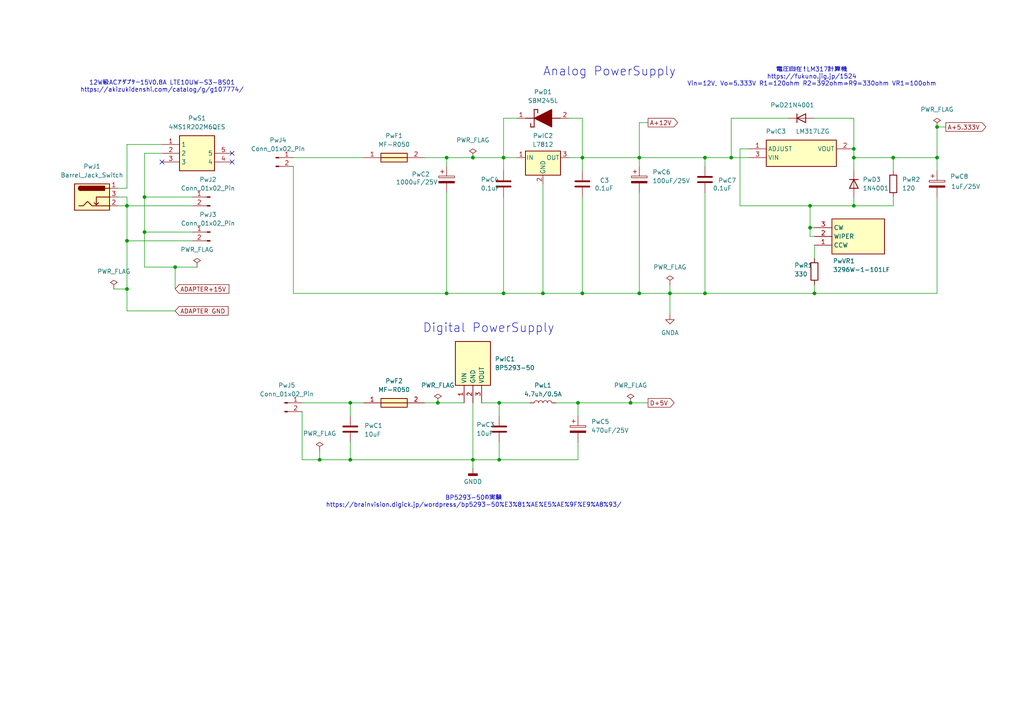
<source format=kicad_sch>
(kicad_sch (version 20231120) (generator "eeschema") (generator_version "8.0")
  (paper "A4")
  (lib_symbols
    (symbol "Connector:Barrel_Jack_Switch" (pin_names hide)
      (property "Reference" "J" (at 0 5.334 0))
      (property "Value" "Barrel_Jack_Switch" (at 0 -5.08 0))
      (symbol "Barrel_Jack_Switch_0_1"
        (rectangle (start -5.08 3.81) (end 5.08 -3.81) (stroke (width 0.254)) (fill (type background)))
        (arc (start -3.302 3.175) (mid -3.9343 2.54) (end -3.302 1.905) (stroke (width 0.254)))
        (arc (start -3.302 3.175) (mid -3.9343 2.54) (end -3.302 1.905) (stroke (width 0.254)) (fill (type outline)))
        (polyline (pts (xy 1.27 -2.286) (xy 1.905 -1.651)) (stroke (width 0.254)))
        (polyline (pts (xy 5.08 2.54) (xy 3.81 2.54)) (stroke (width 0.254)))
        (polyline (pts (xy 5.08 0) (xy 1.27 0) (xy 1.27 -2.286) (xy 0.635 -1.651)) (stroke (width 0.254)))
        (polyline (pts (xy -3.81 -2.54) (xy -2.54 -2.54) (xy -1.27 -1.27) (xy 0 -2.54) (xy 2.54 -2.54) (xy 5.08 -2.54)) (stroke (width 0.254)))
        (rectangle (start 3.683 3.175) (end -3.302 1.905) (stroke (width 0.254)) (fill (type outline)))
      )
      (symbol "Barrel_Jack_Switch_1_1"
        (pin passive line (at 7.62 2.54 180) (length 2.54) (name "~") (number "1"))
        (pin passive line (at 7.62 -2.54 180) (length 2.54) (name "~") (number "2"))
        (pin passive line (at 7.62 0 180) (length 2.54) (name "~") (number "3"))
      )
    )
    (symbol "Connector:Conn_01x02_Pin" (pin_names (offset 1.016) hide)
      (property "Reference" "J" (at 0 2.54 0))
      (property "Value" "Conn_01x02_Pin" (at 0 -5.08 0))
      (symbol "Conn_01x02_Pin_1_1"
        (polyline (pts (xy 1.27 -2.54) (xy 0.8636 -2.54)) (stroke (width 0.1524)))
        (polyline (pts (xy 1.27 0) (xy 0.8636 0)) (stroke (width 0.1524)))
        (rectangle (start 0.8636 -2.413) (end 0 -2.667) (stroke (width 0.1524)) (fill (type outline)))
        (rectangle (start 0.8636 0.127) (end 0 -0.127) (stroke (width 0.1524)) (fill (type outline)))
        (pin passive line (at 5.08 0 180) (length 3.81) (name "Pin_1") (number "1"))
        (pin passive line (at 5.08 -2.54 180) (length 3.81) (name "Pin_2") (number "2"))
      )
    )
    (symbol "Device:C" (pin_numbers hide) (pin_names (offset 0.254))
      (property "Reference" "C" (at 0.635 2.54 0))
      (property "Value" "C" (at 0.635 -2.54 0))
      (symbol "C_0_1"
        (polyline (pts (xy -2.032 -0.762) (xy 2.032 -0.762)) (stroke (width 0.508)))
        (polyline (pts (xy -2.032 0.762) (xy 2.032 0.762)) (stroke (width 0.508)))
      )
      (symbol "C_1_1"
        (pin passive line (at 0 3.81 270) (length 2.794) (name "~") (number "1"))
        (pin passive line (at 0 -3.81 90) (length 2.794) (name "~") (number "2"))
      )
    )
    (symbol "Device:C_Polarized" (pin_numbers hide) (pin_names (offset 0.254))
      (property "Reference" "C" (at 0.635 2.54 0))
      (property "Value" "C_Polarized" (at 0.635 -2.54 0))
      (symbol "C_Polarized_0_1"
        (rectangle (start -2.286 0.508) (end 2.286 1.016))
        (polyline (pts (xy -1.778 2.286) (xy -0.762 2.286)))
        (polyline (pts (xy -1.27 2.794) (xy -1.27 1.778)))
        (rectangle (start 2.286 -0.508) (end -2.286 -1.016) (fill (type outline)))
      )
      (symbol "C_Polarized_1_1"
        (pin passive line (at 0 3.81 270) (length 2.794) (name "~") (number "1"))
        (pin passive line (at 0 -3.81 90) (length 2.794) (name "~") (number "2"))
      )
    )
    (symbol "Device:L" (pin_numbers hide) (pin_names (offset 1.016) hide)
      (property "Reference" "L" (at -1.27 0 90))
      (property "Value" "L" (at 1.905 0 90))
      (symbol "L_0_1"
        (arc (start 0 -2.54) (mid 0.6323 -1.905) (end 0 -1.27))
        (arc (start 0 -1.27) (mid 0.6323 -0.635) (end 0 0))
        (arc (start 0 0) (mid 0.6323 0.635) (end 0 1.27))
        (arc (start 0 1.27) (mid 0.6323 1.905) (end 0 2.54))
      )
      (symbol "L_1_1"
        (pin passive line (at 0 3.81 270) (length 1.27) (name "1") (number "1"))
        (pin passive line (at 0 -3.81 90) (length 1.27) (name "2") (number "2"))
      )
    )
    (symbol "Device:R" (pin_numbers hide) (pin_names (offset 0))
      (property "Reference" "R" (at 2.032 0 90))
      (property "Value" "R" (at 0 0 90))
      (symbol "R_0_1"
        (rectangle (start -1.016 -2.54) (end 1.016 2.54) (stroke (width 0.254)))
      )
      (symbol "R_1_1"
        (pin passive line (at 0 3.81 270) (length 1.27) (name "~") (number "1"))
        (pin passive line (at 0 -3.81 90) (length 1.27) (name "~") (number "2"))
      )
    )
    (symbol "Diode:1N4001" (pin_numbers hide) (pin_names hide)
      (property "Reference" "D" (at 0 2.54 0))
      (property "Value" "1N4001" (at 0 -2.54 0))
      (symbol "1N4001_0_1"
        (polyline (pts (xy -1.27 1.27) (xy -1.27 -1.27)) (stroke (width 0.254)))
        (polyline (pts (xy 1.27 0) (xy -1.27 0)))
        (polyline (pts (xy 1.27 1.27) (xy 1.27 -1.27) (xy -1.27 0) (xy 1.27 1.27)) (stroke (width 0.254)))
      )
      (symbol "1N4001_1_1"
        (pin passive line (at -3.81 0 0) (length 2.54) (name "K") (number "1"))
        (pin passive line (at 3.81 0 180) (length 2.54) (name "A") (number "2"))
      )
    )
    (symbol "Regulator_Linear:L7812" (pin_names (offset 0.254))
      (property "Reference" "U" (at -3.81 3.175 0))
      (property "Value" "L7812" (at 0 3.175 0))
      (symbol "L7812_0_1"
        (rectangle (start -5.08 1.905) (end 5.08 -5.08) (stroke (width 0.254)) (fill (type background)))
      )
      (symbol "L7812_1_1"
        (pin power_in line (at -7.62 0 0) (length 2.54) (name "IN") (number "1"))
        (pin power_in line (at 0 -7.62 90) (length 2.54) (name "GND") (number "2"))
        (pin power_out line (at 7.62 0 180) (length 2.54) (name "OUT") (number "3"))
      )
    )
    (symbol "SamacSys_Parts:3296W-1-502A"
      (property "Reference" "VR" (at 21.59 7.62 0))
      (property "Value" "3296W-1-502A" (at 21.59 5.08 0))
      (symbol "3296W-1-502A_1_1"
        (rectangle (start 5.08 2.54) (end 20.32 -7.62) (stroke (width 0.254)) (fill (type background)))
        (pin passive line (at 0 -5.08 0) (length 5.08) (name "CCW") (number "1"))
        (pin passive line (at 0 -2.54 0) (length 5.08) (name "WIPER") (number "2"))
        (pin passive line (at 0 0 0) (length 5.08) (name "CW") (number "3"))
      )
    )
    (symbol "SamacSys_Parts:4MS1R202M6QES"
      (property "Reference" "S" (at 16.51 7.62 0))
      (property "Value" "4MS1R202M6QES" (at 16.51 5.08 0))
      (symbol "4MS1R202M6QES_1_1"
        (rectangle (start 5.08 2.54) (end 15.24 -7.62) (stroke (width 0.254)) (fill (type background)))
        (pin passive line (at 20.32 -5.08 180) (length 5.08) (name "1") (number "1"))
        (pin passive line (at 20.32 -2.54 180) (length 5.08) (name "2") (number "2"))
        (pin passive line (at 20.32 0 180) (length 5.08) (name "3") (number "3"))
        (pin passive line (at 0 0 0) (length 5.08) (name "4") (number "4"))
        (pin passive line (at 0 -2.54 0) (length 5.08) (name "5") (number "5"))
      )
    )
    (symbol "SamacSys_Parts:BP5293-50"
      (property "Reference" "PS" (at 19.05 7.62 0))
      (property "Value" "BP5293-50" (at 19.05 5.08 0))
      (symbol "BP5293-50_1_1"
        (rectangle (start 5.08 2.54) (end 17.78 -7.62) (stroke (width 0.254)) (fill (type background)))
        (pin passive line (at 0 0 0) (length 5.08) (name "VIN") (number "1"))
        (pin passive line (at 0 -2.54 0) (length 5.08) (name "GND") (number "2"))
        (pin passive line (at 0 -5.08 0) (length 5.08) (name "VOUT") (number "3"))
      )
    )
    (symbol "SamacSys_Parts:LM317LZG"
      (property "Reference" "IC" (at 26.67 7.62 0))
      (property "Value" "LM317LZG" (at 26.67 5.08 0))
      (symbol "LM317LZG_1_1"
        (rectangle (start 5.08 2.54) (end 25.4 -5.08) (stroke (width 0.254)) (fill (type background)))
        (pin passive line (at 0 0 0) (length 5.08) (name "ADJUST") (number "1"))
        (pin passive line (at 30.48 0 180) (length 5.08) (name "VOUT") (number "2"))
        (pin passive line (at 0 -2.54 0) (length 5.08) (name "VIN") (number "3"))
      )
    )
    (symbol "SamacSys_Parts:MF-R050" (pin_names hide)
      (property "Reference" "F" (at 13.97 6.35 0))
      (property "Value" "MF-R050" (at 13.97 3.81 0))
      (symbol "MF-R050_1_1"
        (polyline (pts (xy 5.08 0) (xy 12.7 0)) (stroke (width 0.254)))
        (rectangle (start 5.08 1.27) (end 12.7 -1.27) (stroke (width 0.254)) (fill (type background)))
        (pin passive line (at 0 0 0) (length 5.08) (name "1") (number "1"))
        (pin passive line (at 17.78 0 180) (length 5.08) (name "2") (number "2"))
      )
    )
    (symbol "SamacSys_Parts:SBM245L" (pin_names hide)
      (property "Reference" "D" (at 12.7 8.89 0))
      (property "Value" "SBM245L" (at 12.7 6.35 0))
      (symbol "SBM245L_1_1"
        (polyline (pts (xy 5.08 0) (xy 7.62 0)) (stroke (width 0.254)))
        (polyline (pts (xy 6.604 -1.524) (xy 6.604 -2.54)) (stroke (width 0.254)))
        (polyline (pts (xy 7.62 -2.54) (xy 6.604 -2.54)) (stroke (width 0.254)))
        (polyline (pts (xy 7.62 2.54) (xy 7.62 -2.54)) (stroke (width 0.254)))
        (polyline (pts (xy 7.62 2.54) (xy 8.636 2.54)) (stroke (width 0.254)))
        (polyline (pts (xy 8.636 1.524) (xy 8.636 2.54)) (stroke (width 0.254)))
        (polyline (pts (xy 12.7 0) (xy 15.24 0)) (stroke (width 0.254)))
        (polyline (pts (xy 7.62 0) (xy 12.7 2.54) (xy 12.7 -2.54) (xy 7.62 0)) (stroke (width 0.254)) (fill (type outline)))
        (pin passive line (at 2.54 0 0) (length 2.54) (name "K") (number "1"))
        (pin passive line (at 17.78 0 180) (length 2.54) (name "A") (number "2"))
      )
    )
    (symbol "power:GNDA" (power) (pin_numbers hide) (pin_names (offset 0) hide)
      (property "Value" "GNDA" (at 0 -3.81 0))
      (symbol "GNDA_0_1"
        (polyline (pts (xy 0 0) (xy 0 -1.27) (xy 1.27 -1.27) (xy 0 -2.54) (xy -1.27 -1.27) (xy 0 -1.27)))
      )
      (symbol "GNDA_1_1"
        (pin power_in line (at 0 0 270) (length 0) (name "~") (number "1"))
      )
    )
    (symbol "power:GNDD" (power) (pin_numbers hide) (pin_names (offset 0) hide)
      (property "Value" "GNDD" (at 0 -3.175 0))
      (symbol "GNDD_0_1"
        (rectangle (start -1.27 -1.524) (end 1.27 -2.032) (stroke (width 0.254)) (fill (type outline)))
        (polyline (pts (xy 0 0) (xy 0 -1.524)))
      )
      (symbol "GNDD_1_1"
        (pin power_in line (at 0 0 270) (length 0) (name "~") (number "1"))
      )
    )
    (symbol "power:PWR_FLAG" (power) (pin_numbers hide) (pin_names (offset 0) hide)
      (property "Value" "PWR_FLAG" (at 0 3.81 0))
      (symbol "PWR_FLAG_0_0"
        (pin power_out line (at 0 0 90) (length 0) (name "~") (number "1"))
      )
      (symbol "PWR_FLAG_0_1"
        (polyline (pts (xy 0 0) (xy 0 1.27) (xy -1.016 1.905) (xy 0 2.54) (xy 1.016 1.905) (xy 0 1.27)))
      )
    )
  )
  (junction (at 185.42 45.72))
  (junction (at 101.6 133.35))
  (junction (at 204.47 45.72))
  (junction (at 36.83 83.82))
  (junction (at 212.09 45.72))
  (junction (at 157.48 85.09))
  (junction (at 36.83 69.85))
  (junction (at 204.47 85.09))
  (junction (at 271.78 45.72))
  (junction (at 146.05 85.09))
  (junction (at 234.95 59.69))
  (junction (at 185.42 85.09))
  (junction (at 127 116.84))
  (junction (at 271.78 36.83))
  (junction (at 144.78 133.35))
  (junction (at 36.83 59.69))
  (junction (at 101.6 116.84))
  (junction (at 50.8 77.47))
  (junction (at 194.31 85.09))
  (junction (at 168.91 45.72))
  (junction (at 247.65 59.69))
  (junction (at 247.65 43.18))
  (junction (at 236.22 85.09))
  (junction (at 129.54 45.72))
  (junction (at 41.91 67.31))
  (junction (at 41.91 57.15))
  (junction (at 259.08 45.72))
  (junction (at 247.65 45.72))
  (junction (at 234.95 66.04))
  (junction (at 144.78 116.84))
  (junction (at 137.16 133.35))
  (junction (at 146.05 45.72))
  (junction (at 168.91 85.09))
  (junction (at 137.16 45.72))
  (junction (at 129.54 85.09))
  (junction (at 182.88 116.84))
  (junction (at 92.71 133.35))
  (junction (at 167.64 116.84))
  (no_connect (at 46.99 46.99))
  (no_connect (at 67.31 46.99))
  (no_connect (at 67.31 44.45))
  (wire (pts (xy 146.05 45.72) (xy 146.05 49.53)))
  (wire (pts (xy 167.64 116.84) (xy 161.29 116.84)))
  (wire (pts (xy 271.78 36.83) (xy 271.78 45.72)))
  (wire (pts (xy 259.08 49.53) (xy 259.08 45.72)))
  (wire (pts (xy 204.47 45.72) (xy 204.47 48.26)))
  (wire (pts (xy 129.54 55.88) (xy 129.54 85.09)))
  (wire (pts (xy 167.64 120.65) (xy 167.64 116.84)))
  (wire (pts (xy 165.1 45.72) (xy 168.91 45.72)))
  (wire (pts (xy 274.32 36.83) (xy 271.78 36.83)))
  (wire (pts (xy 129.54 85.09) (xy 146.05 85.09)))
  (wire (pts (xy 247.65 34.29) (xy 236.22 34.29)))
  (wire (pts (xy 212.09 34.29) (xy 212.09 45.72)))
  (wire (pts (xy 185.42 55.88) (xy 185.42 85.09)))
  (wire (pts (xy 92.71 130.81) (xy 92.71 133.35)))
  (wire (pts (xy 41.91 57.15) (xy 41.91 67.31)))
  (wire (pts (xy 185.42 48.26) (xy 185.42 45.72)))
  (wire (pts (xy 101.6 133.35) (xy 137.16 133.35)))
  (wire (pts (xy 149.86 34.29) (xy 146.05 34.29)))
  (wire (pts (xy 33.02 83.82) (xy 36.83 83.82)))
  (wire (pts (xy 34.29 57.15) (xy 36.83 57.15)))
  (wire (pts (xy 212.09 45.72) (xy 217.17 45.72)))
  (wire (pts (xy 168.91 85.09) (xy 185.42 85.09)))
  (wire (pts (xy 36.83 90.17) (xy 36.83 83.82)))
  (wire (pts (xy 41.91 44.45) (xy 41.91 57.15)))
  (wire (pts (xy 34.29 59.69) (xy 36.83 59.69)))
  (wire (pts (xy 185.42 85.09) (xy 194.31 85.09)))
  (wire (pts (xy 247.65 59.69) (xy 234.95 59.69)))
  (wire (pts (xy 247.65 43.18) (xy 247.65 34.29)))
  (wire (pts (xy 137.16 116.84) (xy 137.16 133.35)))
  (wire (pts (xy 168.91 45.72) (xy 168.91 49.53)))
  (wire (pts (xy 36.83 41.91) (xy 46.99 41.91)))
  (wire (pts (xy 36.83 54.61) (xy 36.83 41.91)))
  (wire (pts (xy 129.54 48.26) (xy 129.54 45.72)))
  (wire (pts (xy 41.91 67.31) (xy 41.91 77.47)))
  (wire (pts (xy 149.86 45.72) (xy 146.05 45.72)))
  (wire (pts (xy 41.91 57.15) (xy 55.88 57.15)))
  (wire (pts (xy 168.91 45.72) (xy 168.91 34.29)))
  (wire (pts (xy 182.88 116.84) (xy 187.96 116.84)))
  (wire (pts (xy 185.42 35.56) (xy 185.42 45.72)))
  (wire (pts (xy 36.83 69.85) (xy 55.88 69.85)))
  (wire (pts (xy 271.78 57.15) (xy 271.78 85.09)))
  (wire (pts (xy 236.22 85.09) (xy 271.78 85.09)))
  (wire (pts (xy 204.47 55.88) (xy 204.47 85.09)))
  (wire (pts (xy 137.16 133.35) (xy 144.78 133.35)))
  (wire (pts (xy 36.83 57.15) (xy 36.83 59.69)))
  (wire (pts (xy 50.8 77.47) (xy 57.15 77.47)))
  (wire (pts (xy 194.31 91.44) (xy 194.31 85.09)))
  (wire (pts (xy 101.6 116.84) (xy 105.41 116.84)))
  (wire (pts (xy 217.17 43.18) (xy 214.63 43.18)))
  (wire (pts (xy 214.63 59.69) (xy 234.95 59.69)))
  (wire (pts (xy 101.6 128.27) (xy 101.6 133.35)))
  (wire (pts (xy 137.16 133.35) (xy 137.16 135.89)))
  (wire (pts (xy 146.05 57.15) (xy 146.05 85.09)))
  (wire (pts (xy 168.91 34.29) (xy 165.1 34.29)))
  (wire (pts (xy 259.08 45.72) (xy 271.78 45.72)))
  (wire (pts (xy 50.8 90.17) (xy 36.83 90.17)))
  (wire (pts (xy 146.05 85.09) (xy 157.48 85.09)))
  (wire (pts (xy 85.09 45.72) (xy 105.41 45.72)))
  (wire (pts (xy 185.42 45.72) (xy 204.47 45.72)))
  (wire (pts (xy 187.96 35.56) (xy 185.42 35.56)))
  (wire (pts (xy 139.7 116.84) (xy 144.78 116.84)))
  (wire (pts (xy 144.78 133.35) (xy 167.64 133.35)))
  (wire (pts (xy 41.91 67.31) (xy 55.88 67.31)))
  (wire (pts (xy 46.99 44.45) (xy 41.91 44.45)))
  (wire (pts (xy 204.47 85.09) (xy 236.22 85.09)))
  (wire (pts (xy 236.22 66.04) (xy 234.95 66.04)))
  (wire (pts (xy 144.78 116.84) (xy 153.67 116.84)))
  (wire (pts (xy 87.63 133.35) (xy 92.71 133.35)))
  (wire (pts (xy 129.54 85.09) (xy 85.09 85.09)))
  (wire (pts (xy 167.64 133.35) (xy 167.64 128.27)))
  (wire (pts (xy 87.63 116.84) (xy 101.6 116.84)))
  (wire (pts (xy 157.48 53.34) (xy 157.48 85.09)))
  (wire (pts (xy 168.91 57.15) (xy 168.91 85.09)))
  (wire (pts (xy 157.48 85.09) (xy 168.91 85.09)))
  (wire (pts (xy 228.6 34.29) (xy 212.09 34.29)))
  (wire (pts (xy 247.65 45.72) (xy 247.65 49.53)))
  (wire (pts (xy 204.47 45.72) (xy 212.09 45.72)))
  (wire (pts (xy 236.22 82.55) (xy 236.22 85.09)))
  (wire (pts (xy 85.09 85.09) (xy 85.09 48.26)))
  (wire (pts (xy 247.65 57.15) (xy 247.65 59.69)))
  (wire (pts (xy 36.83 69.85) (xy 36.83 59.69)))
  (wire (pts (xy 167.64 116.84) (xy 182.88 116.84)))
  (wire (pts (xy 236.22 71.12) (xy 236.22 74.93)))
  (wire (pts (xy 36.83 83.82) (xy 36.83 69.85)))
  (wire (pts (xy 123.19 45.72) (xy 129.54 45.72)))
  (wire (pts (xy 247.65 43.18) (xy 247.65 45.72)))
  (wire (pts (xy 129.54 45.72) (xy 137.16 45.72)))
  (wire (pts (xy 36.83 59.69) (xy 55.88 59.69)))
  (wire (pts (xy 168.91 45.72) (xy 185.42 45.72)))
  (wire (pts (xy 144.78 128.27) (xy 144.78 133.35)))
  (wire (pts (xy 137.16 45.72) (xy 146.05 45.72)))
  (wire (pts (xy 236.22 68.58) (xy 234.95 68.58)))
  (wire (pts (xy 259.08 57.15) (xy 259.08 59.69)))
  (wire (pts (xy 127 116.84) (xy 134.62 116.84)))
  (wire (pts (xy 259.08 59.69) (xy 247.65 59.69)))
  (wire (pts (xy 87.63 119.38) (xy 87.63 133.35)))
  (wire (pts (xy 146.05 34.29) (xy 146.05 45.72)))
  (wire (pts (xy 101.6 116.84) (xy 101.6 120.65)))
  (wire (pts (xy 234.95 68.58) (xy 234.95 66.04)))
  (wire (pts (xy 34.29 54.61) (xy 36.83 54.61)))
  (wire (pts (xy 50.8 77.47) (xy 41.91 77.47)))
  (wire (pts (xy 144.78 116.84) (xy 144.78 120.65)))
  (wire (pts (xy 271.78 45.72) (xy 271.78 49.53)))
  (wire (pts (xy 194.31 82.55) (xy 194.31 85.09)))
  (wire (pts (xy 92.71 133.35) (xy 101.6 133.35)))
  (wire (pts (xy 214.63 43.18) (xy 214.63 59.69)))
  (wire (pts (xy 194.31 85.09) (xy 204.47 85.09)))
  (wire (pts (xy 247.65 45.72) (xy 259.08 45.72)))
  (wire (pts (xy 123.19 116.84) (xy 127 116.84)))
  (wire (pts (xy 50.8 77.47) (xy 50.8 83.82)))
  (wire (pts (xy 234.95 66.04) (xy 234.95 59.69)))
  (text "電圧自在！LM317計算機\nhttps://fukuno.jig.jp/1524\nVin=12V, Vo=5.333V R1=120ohm R2=392ohm⇒R9=330ohm VR1=100ohm" (at 235.458 22.352 0) (effects (font (size 1.27 1.27))))
  (text "" (at 231.14 23.622 0) (effects (font (size 1.27 1.27))))
  (text "12W級ACアダプター15V0.8A LTE10UW-S3-BS01\nhttps://akizukidenshi.com/catalog/g/g107774/\n" (at 46.99 25.146 0) (effects (font (size 1.27 1.27))))
  (text "Analog PowerSupply" (at 176.784 20.828 0) (effects (font (size 2.54 2.54))))
  (text "BP5293-50の実験\nhttps://brainvision.digick.jp/wordpress/bp5293-50%E3%81%AE%E5%AE%9F%E9%A8%93/" (at 137.414 145.542 0) (effects (font (size 1.27 1.27))))
  (text "" (at 32.004 43.942 0) (effects (font (size 1.27 1.27))))
  (text "Digital PowerSupply" (at 141.732 95.25 0) (effects (font (size 2.54 2.54))))
  (global_label "ADAPTER+15V" (shape input) (at 50.8 83.82 0) (property "Intersheetrefs" "${INTERSHEET_REFS}" (effects (hide yes))))
  (global_label "ADAPTER GND" (shape input) (at 50.8 90.17 0) (property "Intersheetrefs" "${INTERSHEET_REFS}" (effects (hide yes))))
  (global_label "A+12V" (shape output) (at 187.96 35.56 0) (property "Intersheetrefs" "${INTERSHEET_REFS}" (effects (hide yes))))
  (global_label "D+5V" (shape output) (at 187.96 116.84 0) (property "Intersheetrefs" "${INTERSHEET_REFS}" (effects (hide yes))))
  (global_label "A+5.333V" (shape output) (at 274.32 36.83 0) (property "Intersheetrefs" "${INTERSHEET_REFS}" (effects (hide yes))))
  (symbol (lib_id "power:PWR_FLAG") (at 271.78 36.83 0) (unit 1)
    (property "Reference" "#FLG011" (effects (hide yes)))
    (property "Value" "PWR_FLAG" (at 271.78 31.75 0))
    (property "Description" "Special symbol for telling ERC where power comes from" (effects (hide yes)))
  )
  (symbol (lib_id "Diode:1N4001") (at 232.41 34.29 0) (unit 1)
    (property "Reference" "PwD2" (at 226.06 30.48 0))
    (property "Value" "1N4001" (at 232.41 30.48 0))
    (property "Footprint" "Diode_THT:D_DO-41_SOD81_P3.81mm_Vertical_KathodeUp" (effects (hide yes)))
    (property "Datasheet" "http://www.vishay.com/docs/88503/1n4001.pdf" (effects (hide yes)))
    (property "Description" "50V 1A General Purpose Rectifier Diode, DO-41" (effects (hide yes)))
    (property "Sim.Device" "D" (effects (hide yes)))
    (property "Sim.Pins" "1=K 2=A" (effects (hide yes)))
  )
  (symbol (lib_id "Connector:Conn_01x02_Pin") (at 60.96 57.15 0) (mirror y) (unit 1)
    (property "Reference" "PwJ2" (at 60.325 52.07 0))
    (property "Value" "Conn_01x02_Pin" (at 60.325 54.61 0))
    (property "Footprint" "Connector_PinHeader_2.54mm:PinHeader_1x02_P2.54mm_Vertical" (effects (hide yes)))
    (property "Description" "Generic connector, single row, 01x02, script generated" (effects (hide yes)))
  )
  (symbol (lib_id "Device:R") (at 236.22 78.74 0) (unit 1)
    (property "Reference" "PwR1" (at 230.378 76.962 0) (effects (justify left)))
    (property "Value" "330" (at 230.378 79.502 0) (effects (justify left)))
    (property "Footprint" "Resistor_THT:R_Axial_DIN0207_L6.3mm_D2.5mm_P2.54mm_Vertical" (effects (hide yes)))
    (property "Description" "Resistor" (effects (hide yes)))
  )
  (symbol (lib_id "Connector:Conn_01x02_Pin") (at 80.01 45.72 0) (unit 1)
    (property "Reference" "PwJ4" (at 80.645 40.64 0))
    (property "Value" "Conn_01x02_Pin" (at 80.645 43.18 0))
    (property "Footprint" "Connector_PinHeader_2.54mm:PinHeader_1x02_P2.54mm_Vertical" (effects (hide yes)))
    (property "Description" "Generic connector, single row, 01x02, script generated" (effects (hide yes)))
  )
  (symbol (lib_id "Connector:Conn_01x02_Pin") (at 60.96 67.31 0) (mirror y) (unit 1)
    (property "Reference" "PwJ3" (at 60.325 62.23 0))
    (property "Value" "Conn_01x02_Pin" (at 60.325 64.77 0))
    (property "Footprint" "Connector_PinHeader_2.54mm:PinHeader_1x02_P2.54mm_Vertical" (effects (hide yes)))
    (property "Description" "Generic connector, single row, 01x02, script generated" (effects (hide yes)))
  )
  (symbol (lib_id "Device:C") (at 204.47 52.07 0) (unit 1)
    (property "Reference" "PwC7" (at 208.28 52.324 0) (effects (justify left)))
    (property "Value" "0.1uF" (at 206.756 54.61 0) (effects (justify left)))
    (property "Footprint" "Capacitor_THT:C_Disc_D5.1mm_W3.2mm_P5.00mm" (effects (hide yes)))
    (property "Description" "Unpolarized capacitor" (effects (hide yes)))
  )
  (symbol (lib_id "SamacSys_Parts:3296W-1-502A") (at 236.22 66.04 0) (unit 1)
    (property "Reference" "PwVR1" (at 241.554 75.692 0) (effects (justify left)))
    (property "Value" "3296W-1-101LF" (at 241.554 78.232 0) (effects (justify left)))
    (property "Footprint" "SamacSys_Parts:3296W1502A" (effects (hide yes)))
    (property "Datasheet" "https://www.bourns.com/docs/product-datasheets/3296.pdf" (effects (hide yes)))
    (property "Description" "5 kOhms 0.5W, 1/2W PC Pins Through Hole Trimmer Potentiometer Cermet 25.0 Turn Top Adjustment" (effects (hide yes)))
    (property "Height" "11.8" (effects (hide yes)))
    (property "Manufacturer_Name" "Bourns" (effects (hide yes)))
    (property "Manufacturer_Part_Number" "3296W-1-502A" (effects (hide yes)))
    (property "Mouser Part Number" "652-3296W-1-502A" (effects (hide yes)))
    (property "Mouser Price/Stock" "https://www.mouser.co.uk/ProductDetail/Bourns/3296W-1-502A?qs=PYWKc%252BkzmhlCepn9gnro5g%3D%3D" (effects (hide yes)))
  )
  (symbol (lib_id "power:PWR_FLAG") (at 182.88 116.84 0) (unit 1)
    (property "Reference" "#FLG09" (effects (hide yes)))
    (property "Value" "PWR_FLAG" (at 182.88 111.76 0))
    (property "Description" "Special symbol for telling ERC where power comes from" (effects (hide yes)))
  )
  (symbol (lib_id "Device:C_Polarized") (at 185.42 52.07 0) (unit 1)
    (property "Reference" "PwC6" (at 189.23 49.9109 0) (effects (justify left)))
    (property "Value" "100uF/25V" (at 189.23 52.4509 0) (effects (justify left)))
    (property "Footprint" "Capacitor_THT:CP_Radial_D5.0mm_P2.50mm" (effects (hide yes)))
    (property "Description" "Polarized capacitor" (effects (hide yes)))
  )
  (symbol (lib_id "power:PWR_FLAG") (at 92.71 130.81 0) (unit 1)
    (property "Reference" "#FLG06" (effects (hide yes)))
    (property "Value" "PWR_FLAG" (at 92.71 125.73 0))
    (property "Description" "Special symbol for telling ERC where power comes from" (effects (hide yes)))
  )
  (symbol (lib_id "Device:C") (at 101.6 124.46 0) (unit 1)
    (property "Reference" "PwC1" (at 105.664 123.444 0) (effects (justify left)))
    (property "Value" "10uF" (at 105.664 125.984 0) (effects (justify left)))
    (property "Footprint" "Capacitor_THT:C_Disc_D5.1mm_W3.2mm_P5.00mm" (effects (hide yes)))
    (property "Description" "Unpolarized capacitor" (effects (hide yes)))
  )
  (symbol (lib_id "Device:C") (at 168.91 53.34 0) (unit 1)
    (property "Reference" "C3" (at 173.99 52.324 0) (effects (justify left)))
    (property "Value" "0.1uF" (at 172.466 54.61 0) (effects (justify left)))
    (property "Footprint" "Capacitor_THT:C_Disc_D5.1mm_W3.2mm_P5.00mm" (effects (hide yes)))
    (property "Description" "Unpolarized capacitor" (effects (hide yes)))
  )
  (symbol (lib_id "Device:R") (at 259.08 53.34 0) (unit 1)
    (property "Reference" "PwR2" (at 261.62 52.0699 0) (effects (justify left)))
    (property "Value" "120" (at 261.62 54.6099 0) (effects (justify left)))
    (property "Footprint" "Resistor_THT:R_Axial_DIN0207_L6.3mm_D2.5mm_P2.54mm_Vertical" (effects (hide yes)))
    (property "Description" "Resistor" (effects (hide yes)))
  )
  (symbol (lib_id "SamacSys_Parts:SBM245L") (at 147.32 34.29 0) (unit 1)
    (property "Reference" "PwD1" (at 157.48 26.67 0))
    (property "Value" "SBM245L" (at 157.48 29.21 0))
    (property "Footprint" "Diode_THT:D_DO-41_SOD81_P5.08mm_Vertical_AnodeUp" (effects (hide yes)))
    (property "Datasheet" "https://www.panjit.com.tw/en/Product/downloadPDF/SBM245L" (effects (hide yes)))
    (property "Description" "Super Schottky (LowVF) - SBM245L, 45V, 2A, DO-41" (effects (hide yes)))
    (property "Manufacturer_Name" "PANJIT" (effects (hide yes)))
    (property "Manufacturer_Part_Number" "SBM245L" (effects (hide yes)))
  )
  (symbol (lib_id "SamacSys_Parts:MF-R050") (at 105.41 45.72 0) (unit 1)
    (property "Reference" "PwF1" (at 114.3 39.37 0))
    (property "Value" "MF-R050" (at 114.3 41.91 0))
    (property "Footprint" "SamacSys_Parts:MFR050" (effects (hide yes)))
    (property "Datasheet" "https://www.bourns.com/pdfs/mfr.pdf" (effects (hide yes)))
    (property "Description" "Bourns 0.5A Hold current, Radial Leaded PCB Mount Resettable Fuse, 60V" (effects (hide yes)))
    (property "Height" "13.7" (effects (hide yes)))
    (property "Manufacturer_Name" "Bourns" (effects (hide yes)))
    (property "Manufacturer_Part_Number" "MF-R050" (effects (hide yes)))
    (property "Mouser Part Number" "652-MFR050" (effects (hide yes)))
    (property "Mouser Price/Stock" "https://www.mouser.co.uk/ProductDetail/Bourns/MF-R050?qs=A6omU7D3gEWzJRzbTsuTwA%3D%3D" (effects (hide yes)))
    (property "Arrow Part Number" "MF-R050" (effects (hide yes)))
    (property "Arrow Price/Stock" "https://www.arrow.com/en/products/mf-r050/bourns?region=europe" (effects (hide yes)))
  )
  (symbol (lib_id "Device:C_Polarized") (at 167.64 124.46 0) (unit 1)
    (property "Reference" "PwC5" (at 171.45 122.3009 0) (effects (justify left)))
    (property "Value" "470uF/25V" (at 171.45 124.8409 0) (effects (justify left)))
    (property "Footprint" "Capacitor_THT:CP_Radial_D5.0mm_P2.50mm" (effects (hide yes)))
    (property "Description" "Polarized capacitor" (effects (hide yes)))
  )
  (symbol (lib_id "Connector:Conn_01x02_Pin") (at 82.55 116.84 0) (unit 1)
    (property "Reference" "PwJ5" (at 83.185 111.76 0))
    (property "Value" "Conn_01x02_Pin" (at 83.185 114.3 0))
    (property "Footprint" "Connector_PinHeader_2.54mm:PinHeader_1x02_P2.54mm_Vertical" (effects (hide yes)))
    (property "Description" "Generic connector, single row, 01x02, script generated" (effects (hide yes)))
  )
  (symbol (lib_id "Device:C_Polarized") (at 129.54 52.07 0) (unit 1)
    (property "Reference" "PwC2" (at 119.38 50.546 0) (effects (justify left)))
    (property "Value" "1000uF/25V" (at 114.808 52.832 0) (effects (justify left)))
    (property "Footprint" "Capacitor_THT:CP_Radial_D10.0mm_P5.00mm" (effects (hide yes)))
    (property "Description" "Polarized capacitor" (effects (hide yes)))
  )
  (symbol (lib_id "SamacSys_Parts:MF-R050") (at 105.41 116.84 0) (unit 1)
    (property "Reference" "PwF2" (at 114.3 110.49 0))
    (property "Value" "MF-R050" (at 114.3 113.03 0))
    (property "Footprint" "SamacSys_Parts:MFR050" (effects (hide yes)))
    (property "Datasheet" "https://www.bourns.com/pdfs/mfr.pdf" (effects (hide yes)))
    (property "Description" "Bourns 0.5A Hold current, Radial Leaded PCB Mount Resettable Fuse, 60V" (effects (hide yes)))
    (property "Height" "13.7" (effects (hide yes)))
    (property "Manufacturer_Name" "Bourns" (effects (hide yes)))
    (property "Manufacturer_Part_Number" "MF-R050" (effects (hide yes)))
    (property "Mouser Part Number" "652-MFR050" (effects (hide yes)))
    (property "Mouser Price/Stock" "https://www.mouser.co.uk/ProductDetail/Bourns/MF-R050?qs=A6omU7D3gEWzJRzbTsuTwA%3D%3D" (effects (hide yes)))
    (property "Arrow Part Number" "MF-R050" (effects (hide yes)))
    (property "Arrow Price/Stock" "https://www.arrow.com/en/products/mf-r050/bourns?region=europe" (effects (hide yes)))
  )
  (symbol (lib_id "power:GNDA") (at 194.31 91.44 0) (unit 1)
    (property "Reference" "#PWR018" (effects (hide yes)))
    (property "Value" "GNDA" (at 194.31 96.52 0))
    (property "Description" "Power symbol creates a global label with name \"GNDA\" , analog ground" (effects (hide yes)))
  )
  (symbol (lib_id "power:GNDD") (at 137.16 135.89 0) (unit 1)
    (property "Reference" "#PWR017" (effects (hide yes)))
    (property "Value" "GNDD" (at 137.16 139.7 0))
    (property "Description" "Power symbol creates a global label with name \"GNDD\" , digital ground" (effects (hide yes)))
  )
  (symbol (lib_id "power:PWR_FLAG") (at 57.15 77.47 0) (unit 1)
    (property "Reference" "#FLG05" (effects (hide yes)))
    (property "Value" "PWR_FLAG" (at 57.15 72.39 0))
    (property "Description" "Special symbol for telling ERC where power comes from" (effects (hide yes)))
  )
  (symbol (lib_id "Device:C") (at 146.05 53.34 0) (unit 1)
    (property "Reference" "PwC4" (at 139.446 52.07 0) (effects (justify left)))
    (property "Value" "0.1uF" (at 139.446 54.61 0) (effects (justify left)))
    (property "Footprint" "Capacitor_THT:C_Disc_D5.1mm_W3.2mm_P5.00mm" (effects (hide yes)))
    (property "Description" "Unpolarized capacitor" (effects (hide yes)))
  )
  (symbol (lib_id "power:PWR_FLAG") (at 33.02 83.82 0) (unit 1)
    (property "Reference" "#FLG04" (effects (hide yes)))
    (property "Value" "PWR_FLAG" (at 33.02 78.74 0))
    (property "Description" "Special symbol for telling ERC where power comes from" (effects (hide yes)))
  )
  (symbol (lib_id "Device:L") (at 157.48 116.84 90) (unit 1)
    (property "Reference" "PwL1" (at 157.48 111.76 90))
    (property "Value" "4.7uh/0.5A" (at 157.48 114.3 90))
    (property "Footprint" "Resistor_THT:R_Axial_DIN0207_L6.3mm_D2.5mm_P7.62mm_Horizontal" (effects (hide yes)))
    (property "Description" "Inductor" (effects (hide yes)))
  )
  (symbol (lib_id "power:PWR_FLAG") (at 137.16 45.72 0) (unit 1)
    (property "Reference" "#FLG08" (effects (hide yes)))
    (property "Value" "PWR_FLAG" (at 137.16 40.64 0))
    (property "Description" "Special symbol for telling ERC where power comes from" (effects (hide yes)))
  )
  (symbol (lib_id "SamacSys_Parts:BP5293-50") (at 134.62 116.84 90) (unit 1)
    (property "Reference" "PwIC1" (at 143.51 104.1399 90) (effects (justify right)))
    (property "Value" "BP5293-50" (at 143.51 106.6799 90) (effects (justify right)))
    (property "Footprint" "TO254P570X1700X1780-3P" (effects (hide yes)))
    (property "Datasheet" "https://componentsearchengine.com/Datasheets/1/BP5293-50.pdf" (effects (hide yes)))
    (property "Description" "Switching Voltage Regulators 1ch DC/DC Buck Conv 5V Typ Output Volt" (effects (hide yes)))
    (property "Height" "5.7" (effects (hide yes)))
    (property "Manufacturer_Name" "ROHM Semiconductor" (effects (hide yes)))
    (property "Manufacturer_Part_Number" "BP5293-50" (effects (hide yes)))
    (property "Mouser Part Number" "755-BP5293-50" (effects (hide yes)))
    (property "Mouser Price/Stock" "https://www.mouser.co.uk/ProductDetail/ROHM-Semiconductor/BP5293-50?qs=qNnCIBFEAwE%252B35FXtIeyRA%3D%3D" (effects (hide yes)))
  )
  (symbol (lib_id "Device:C") (at 144.78 124.46 0) (unit 1)
    (property "Reference" "PwC3" (at 138.176 123.19 0) (effects (justify left)))
    (property "Value" "10uF" (at 138.176 125.73 0) (effects (justify left)))
    (property "Footprint" "Capacitor_THT:C_Disc_D5.1mm_W3.2mm_P5.00mm" (effects (hide yes)))
    (property "Description" "Unpolarized capacitor" (effects (hide yes)))
  )
  (symbol (lib_id "Connector:Barrel_Jack_Switch") (at 26.67 57.15 0) (unit 1)
    (property "Reference" "PwJ1" (at 26.67 48.26 0))
    (property "Value" "Barrel_Jack_Switch" (at 26.67 50.8 0))
    (property "Footprint" "Connector_BarrelJack:BarrelJack_Horizontal" (effects (hide yes)))
    (property "Description" "DC Barrel Jack with an internal switch" (effects (hide yes)))
  )
  (symbol (lib_id "Regulator_Linear:L7812") (at 157.48 45.72 0) (unit 1)
    (property "Reference" "PwIC2" (at 157.48 39.37 0))
    (property "Value" "L7812" (at 157.48 41.91 0))
    (property "Footprint" "Package_TO_SOT_THT:TO-220-3_Horizontal_TabDown" (effects (hide yes)))
    (property "Datasheet" "http://www.st.com/content/ccc/resource/technical/document/datasheet/41/4f/b3/b0/12/d4/47/88/CD00000444.pdf/files/CD00000444.pdf/jcr:content/translations/en.CD00000444.pdf" (effects (hide yes)))
    (property "Description" "Positive 1.5A 35V Linear Regulator, Fixed Output 12V, TO-220/TO-263/TO-252" (effects (hide yes)))
  )
  (symbol (lib_id "power:PWR_FLAG") (at 127 116.84 0) (unit 1)
    (property "Reference" "#FLG07" (effects (hide yes)))
    (property "Value" "PWR_FLAG" (at 127 111.76 0))
    (property "Description" "Special symbol for telling ERC where power comes from" (effects (hide yes)))
  )
  (symbol (lib_id "Device:C_Polarized") (at 271.78 53.34 0) (unit 1)
    (property "Reference" "PwC8" (at 275.59 51.1809 0) (effects (justify left)))
    (property "Value" "1uF/25V" (at 275.844 54.102 0) (effects (justify left)))
    (property "Footprint" "Capacitor_THT:CP_Radial_D5.0mm_P2.50mm" (effects (hide yes)))
    (property "Description" "Polarized capacitor" (effects (hide yes)))
  )
  (symbol (lib_id "SamacSys_Parts:4MS1R202M6QES") (at 67.31 46.99 180) (unit 1)
    (property "Reference" "PwS1" (at 57.15 34.29 0))
    (property "Value" "4MS1R202M6QES" (at 57.15 36.83 0))
    (property "Footprint" "SamacSys_Parts:4MS1R202M6QES" (effects (hide yes)))
    (property "Description" "Black SPDT Rocker Switch, On-On, 3 A @ 120 V ac +85C -30C 7.11mm 15.75mm" (effects (hide yes)))
    (property "Height" "5.84" (effects (hide yes)))
    (property "Manufacturer_Name" "RS Pro" (effects (hide yes)))
    (property "Manufacturer_Part_Number" "4MS1R202M6QES" (effects (hide yes)))
  )
  (symbol (lib_id "Diode:1N4001") (at 247.65 53.34 270) (unit 1)
    (property "Reference" "PwD3" (at 250.19 52.0699 90) (effects (justify left)))
    (property "Value" "1N4001" (at 250.19 54.6099 90) (effects (justify left)))
    (property "Footprint" "Diode_THT:D_DO-41_SOD81_P3.81mm_Vertical_KathodeUp" (effects (hide yes)))
    (property "Datasheet" "http://www.vishay.com/docs/88503/1n4001.pdf" (effects (hide yes)))
    (property "Description" "50V 1A General Purpose Rectifier Diode, DO-41" (effects (hide yes)))
    (property "Sim.Device" "D" (effects (hide yes)))
    (property "Sim.Pins" "1=K 2=A" (effects (hide yes)))
  )
  (symbol (lib_id "power:PWR_FLAG") (at 194.31 82.55 0) (unit 1)
    (property "Reference" "#FLG010" (effects (hide yes)))
    (property "Value" "PWR_FLAG" (at 194.31 77.47 0))
    (property "Description" "Special symbol for telling ERC where power comes from" (effects (hide yes)))
  )
  (symbol (lib_id "SamacSys_Parts:LM317LZG") (at 217.17 43.18 0) (unit 1)
    (property "Reference" "PwIC3" (at 225.044 38.1 0))
    (property "Value" "LM317LZG" (at 235.712 38.1 0))
    (property "Footprint" "SamacSys_Parts:LM317LZG" (effects (hide yes)))
    (property "Datasheet" "https://www.onsemi.com/pdf/datasheet/lm317l-d.pdf" (effects (hide yes)))
    (property "Description" "Linear Voltage Regulators 100mA ADJ 1.2-37V Positive" (effects (hide yes)))
    (property "Height" "8.15" (effects (hide yes)))
    (property "Manufacturer_Name" "onsemi" (effects (hide yes)))
    (property "Manufacturer_Part_Number" "LM317LZG" (effects (hide yes)))
    (property "Mouser Part Number" "863-LM317LZG" (effects (hide yes)))
    (property "Mouser Price/Stock" "https://www.mouser.co.uk/ProductDetail/onsemi/LM317LZG?qs=2OtswVQKCOHunAWHjT1u5A%3D%3D" (effects (hide yes)))
    (property "Arrow Part Number" "LM317LZG" (effects (hide yes)))
    (property "Arrow Price/Stock" "https://www.arrow.com/en/products/lm317lzg/on-semiconductor?region=nac" (effects (hide yes)))
  )
)
</source>
